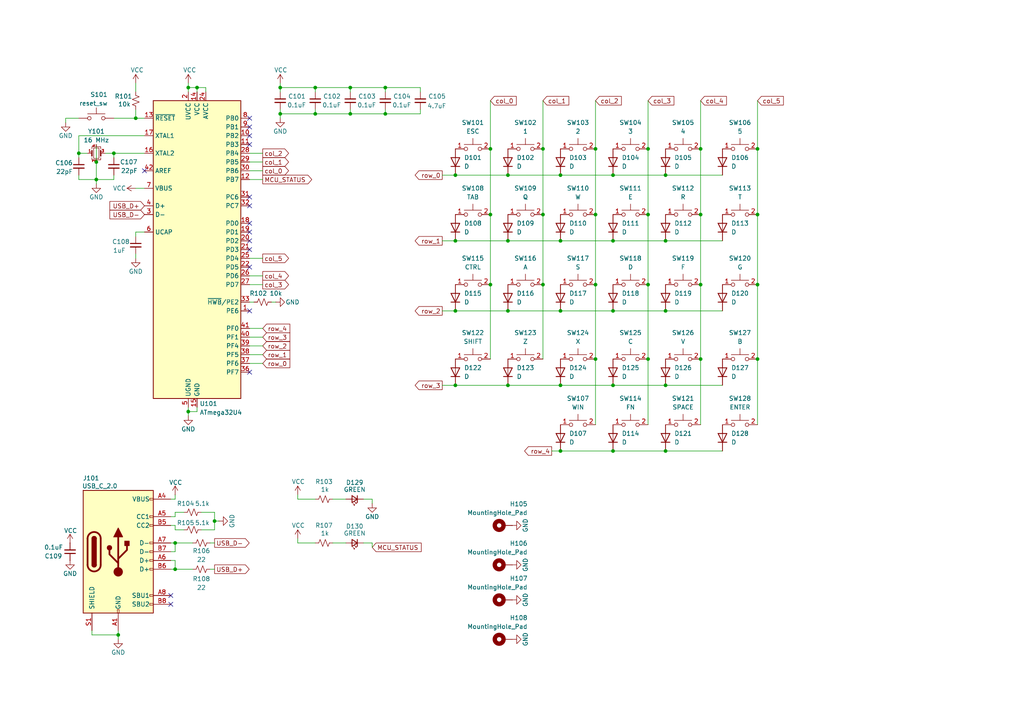
<source format=kicad_sch>
(kicad_sch (version 20231120) (generator "eeschema") (generator_version "8.0")
  (paper "A4")
  (junction (at 91.44 33.02))
  (junction (at 177.8 50.8))
  (junction (at 187.96 104.14))
  (junction (at 193.04 69.85))
  (junction (at 27.94 52.07))
  (junction (at 147.32 69.85))
  (junction (at 193.04 111.76))
  (junction (at 33.02 44.45))
  (junction (at 177.8 90.17))
  (junction (at 172.72 62.23))
  (junction (at 187.96 82.55))
  (junction (at 147.32 111.76))
  (junction (at 177.8 111.76))
  (junction (at 54.61 119.38))
  (junction (at 111.76 25.4))
  (junction (at 193.04 90.17))
  (junction (at 132.08 50.8))
  (junction (at 91.44 25.4))
  (junction (at 39.37 34.29))
  (junction (at 157.48 62.23))
  (junction (at 132.08 111.76))
  (junction (at 62.23 151.13))
  (junction (at 142.24 43.18))
  (junction (at 219.71 43.18))
  (junction (at 50.8 157.48))
  (junction (at 22.86 44.45))
  (junction (at 172.72 104.14))
  (junction (at 162.56 130.81))
  (junction (at 81.28 25.4))
  (junction (at 172.72 82.55))
  (junction (at 177.8 69.85))
  (junction (at 111.76 33.02))
  (junction (at 203.2 62.23))
  (junction (at 219.71 82.55))
  (junction (at 187.96 43.18))
  (junction (at 203.2 82.55))
  (junction (at 132.08 90.17))
  (junction (at 193.04 130.81))
  (junction (at 219.71 104.14))
  (junction (at 162.56 111.76))
  (junction (at 157.48 43.18))
  (junction (at 81.28 33.02))
  (junction (at 142.24 82.55))
  (junction (at 219.71 62.23))
  (junction (at 101.6 25.4))
  (junction (at 147.32 50.8))
  (junction (at 50.8 165.1))
  (junction (at 187.96 62.23))
  (junction (at 147.32 90.17))
  (junction (at 193.04 50.8))
  (junction (at 203.2 43.18))
  (junction (at 203.2 104.14))
  (junction (at 177.8 130.81))
  (junction (at 54.61 25.4))
  (junction (at 101.6 33.02))
  (junction (at 162.56 69.85))
  (junction (at 162.56 50.8))
  (junction (at 162.56 90.17))
  (junction (at 27.94 46.99))
  (junction (at 34.29 184.15))
  (junction (at 132.08 69.85))
  (junction (at 172.72 43.18))
  (junction (at 157.48 82.55))
  (junction (at 57.15 25.4))
  (junction (at 142.24 62.23))
  (no_connect (at 72.39 67.31))
  (no_connect (at 72.39 34.29))
  (no_connect (at 49.53 175.26))
  (no_connect (at 72.39 59.69))
  (no_connect (at 72.39 72.39))
  (no_connect (at 72.39 64.77))
  (no_connect (at 72.39 77.47))
  (no_connect (at 72.39 57.15))
  (no_connect (at 41.91 49.53))
  (no_connect (at 72.39 41.91))
  (no_connect (at 72.39 39.37))
  (no_connect (at 72.39 90.17))
  (no_connect (at 49.53 172.72))
  (no_connect (at 72.39 69.85))
  (no_connect (at 72.39 36.83))
  (no_connect (at 72.39 107.95))
  (wire (pts (xy 49.53 152.4) (xy 50.8 152.4)))
  (wire (pts (xy 58.42 153.67) (xy 62.23 153.67)))
  (wire (pts (xy 50.8 153.67) (xy 53.34 153.67)))
  (wire (pts (xy 142.24 43.18) (xy 142.24 62.23)))
  (wire (pts (xy 177.8 50.8) (xy 193.04 50.8)))
  (wire (pts (xy 76.2 46.99) (xy 72.39 46.99)))
  (wire (pts (xy 91.44 33.02) (xy 101.6 33.02)))
  (wire (pts (xy 50.8 165.1) (xy 55.88 165.1)))
  (wire (pts (xy 147.32 50.8) (xy 162.56 50.8)))
  (wire (pts (xy 81.28 26.67) (xy 81.28 25.4)))
  (wire (pts (xy 76.2 74.93) (xy 72.39 74.93)))
  (wire (pts (xy 76.2 97.79) (xy 72.39 97.79)))
  (wire (pts (xy 121.92 25.4) (xy 121.92 26.67)))
  (wire (pts (xy 60.96 165.1) (xy 62.23 165.1)))
  (wire (pts (xy 105.41 157.48) (xy 107.95 157.48)))
  (wire (pts (xy 57.15 25.4) (xy 59.69 25.4)))
  (wire (pts (xy 101.6 31.75) (xy 101.6 33.02)))
  (wire (pts (xy 193.04 130.81) (xy 209.55 130.81)))
  (wire (pts (xy 76.2 80.01) (xy 72.39 80.01)))
  (wire (pts (xy 81.28 33.02) (xy 81.28 34.29)))
  (wire (pts (xy 57.15 119.38) (xy 57.15 118.11)))
  (wire (pts (xy 157.48 62.23) (xy 157.48 82.55)))
  (wire (pts (xy 101.6 33.02) (xy 111.76 33.02)))
  (wire (pts (xy 172.72 104.14) (xy 172.72 123.19)))
  (wire (pts (xy 62.23 148.59) (xy 62.23 151.13)))
  (wire (pts (xy 27.94 52.07) (xy 33.02 52.07)))
  (wire (pts (xy 162.56 90.17) (xy 177.8 90.17)))
  (wire (pts (xy 26.67 184.15) (xy 34.29 184.15)))
  (wire (pts (xy 86.36 157.48) (xy 86.36 156.21)))
  (wire (pts (xy 86.36 144.78) (xy 91.44 144.78)))
  (wire (pts (xy 111.76 31.75) (xy 111.76 33.02)))
  (wire (pts (xy 100.33 144.78) (xy 96.52 144.78)))
  (wire (pts (xy 132.08 111.76) (xy 147.32 111.76)))
  (wire (pts (xy 177.8 69.85) (xy 193.04 69.85)))
  (wire (pts (xy 49.53 162.56) (xy 50.8 162.56)))
  (wire (pts (xy 91.44 25.4) (xy 101.6 25.4)))
  (wire (pts (xy 219.71 82.55) (xy 219.71 104.14)))
  (wire (pts (xy 187.96 43.18) (xy 187.96 62.23)))
  (wire (pts (xy 76.2 44.45) (xy 72.39 44.45)))
  (wire (pts (xy 39.37 54.61) (xy 41.91 54.61)))
  (wire (pts (xy 86.36 157.48) (xy 91.44 157.48)))
  (wire (pts (xy 81.28 24.13) (xy 81.28 25.4)))
  (wire (pts (xy 193.04 69.85) (xy 209.55 69.85)))
  (wire (pts (xy 76.2 102.87) (xy 72.39 102.87)))
  (wire (pts (xy 91.44 25.4) (xy 91.44 26.67)))
  (wire (pts (xy 39.37 34.29) (xy 41.91 34.29)))
  (wire (pts (xy 54.61 25.4) (xy 54.61 24.13)))
  (wire (pts (xy 132.08 69.85) (xy 147.32 69.85)))
  (wire (pts (xy 39.37 24.13) (xy 39.37 26.67)))
  (wire (pts (xy 162.56 50.8) (xy 177.8 50.8)))
  (wire (pts (xy 34.29 184.15) (xy 34.29 185.42)))
  (wire (pts (xy 219.71 43.18) (xy 219.71 62.23)))
  (wire (pts (xy 80.01 87.63) (xy 78.74 87.63)))
  (wire (pts (xy 33.02 50.8) (xy 33.02 52.07)))
  (wire (pts (xy 100.33 157.48) (xy 96.52 157.48)))
  (wire (pts (xy 121.92 33.02) (xy 121.92 31.75)))
  (wire (pts (xy 54.61 118.11) (xy 54.61 119.38)))
  (wire (pts (xy 49.53 160.02) (xy 50.8 160.02)))
  (wire (pts (xy 132.08 90.17) (xy 147.32 90.17)))
  (wire (pts (xy 26.67 182.88) (xy 26.67 184.15)))
  (wire (pts (xy 203.2 82.55) (xy 203.2 104.14)))
  (wire (pts (xy 107.95 157.48) (xy 107.95 158.75)))
  (wire (pts (xy 39.37 31.75) (xy 39.37 34.29)))
  (wire (pts (xy 41.91 67.31) (xy 39.37 67.31)))
  (wire (pts (xy 73.66 87.63) (xy 72.39 87.63)))
  (wire (pts (xy 50.8 152.4) (xy 50.8 153.67)))
  (wire (pts (xy 177.8 111.76) (xy 193.04 111.76)))
  (wire (pts (xy 91.44 31.75) (xy 91.44 33.02)))
  (wire (pts (xy 177.8 130.81) (xy 193.04 130.81)))
  (wire (pts (xy 33.02 44.45) (xy 41.91 44.45)))
  (wire (pts (xy 142.24 29.21) (xy 142.24 43.18)))
  (wire (pts (xy 50.8 149.86) (xy 50.8 148.59)))
  (wire (pts (xy 203.2 29.21) (xy 203.2 43.18)))
  (wire (pts (xy 101.6 25.4) (xy 111.76 25.4)))
  (wire (pts (xy 81.28 25.4) (xy 91.44 25.4)))
  (wire (pts (xy 219.71 104.14) (xy 219.71 123.19)))
  (wire (pts (xy 22.86 52.07) (xy 27.94 52.07)))
  (wire (pts (xy 187.96 29.21) (xy 187.96 43.18)))
  (wire (pts (xy 22.86 39.37) (xy 22.86 44.45)))
  (wire (pts (xy 27.94 52.07) (xy 27.94 53.34)))
  (wire (pts (xy 50.8 148.59) (xy 53.34 148.59)))
  (wire (pts (xy 193.04 111.76) (xy 209.55 111.76)))
  (wire (pts (xy 172.72 62.23) (xy 172.72 82.55)))
  (wire (pts (xy 128.27 50.8) (xy 132.08 50.8)))
  (wire (pts (xy 49.53 165.1) (xy 50.8 165.1)))
  (wire (pts (xy 111.76 25.4) (xy 111.76 26.67)))
  (wire (pts (xy 27.94 46.99) (xy 27.94 52.07)))
  (wire (pts (xy 203.2 43.18) (xy 203.2 62.23)))
  (wire (pts (xy 62.23 151.13) (xy 62.23 153.67)))
  (wire (pts (xy 39.37 67.31) (xy 39.37 68.58)))
  (wire (pts (xy 147.32 69.85) (xy 162.56 69.85)))
  (wire (pts (xy 132.08 50.8) (xy 147.32 50.8)))
  (wire (pts (xy 27.94 41.91) (xy 27.94 46.99)))
  (wire (pts (xy 193.04 50.8) (xy 209.55 50.8)))
  (wire (pts (xy 54.61 119.38) (xy 54.61 120.65)))
  (wire (pts (xy 162.56 111.76) (xy 177.8 111.76)))
  (wire (pts (xy 76.2 100.33) (xy 72.39 100.33)))
  (wire (pts (xy 22.86 45.72) (xy 22.86 44.45)))
  (wire (pts (xy 128.27 90.17) (xy 132.08 90.17)))
  (wire (pts (xy 177.8 90.17) (xy 193.04 90.17)))
  (wire (pts (xy 54.61 25.4) (xy 54.61 26.67)))
  (wire (pts (xy 157.48 82.55) (xy 157.48 104.14)))
  (wire (pts (xy 219.71 62.23) (xy 219.71 82.55)))
  (wire (pts (xy 86.36 144.78) (xy 86.36 143.51)))
  (wire (pts (xy 22.86 50.8) (xy 22.86 52.07)))
  (wire (pts (xy 172.72 43.18) (xy 172.72 62.23)))
  (wire (pts (xy 76.2 105.41) (xy 72.39 105.41)))
  (wire (pts (xy 147.32 111.76) (xy 162.56 111.76)))
  (wire (pts (xy 111.76 33.02) (xy 121.92 33.02)))
  (wire (pts (xy 50.8 165.1) (xy 50.8 162.56)))
  (wire (pts (xy 142.24 62.23) (xy 142.24 82.55)))
  (wire (pts (xy 172.72 29.21) (xy 172.72 43.18)))
  (wire (pts (xy 49.53 157.48) (xy 50.8 157.48)))
  (wire (pts (xy 49.53 149.86) (xy 50.8 149.86)))
  (wire (pts (xy 157.48 43.18) (xy 157.48 62.23)))
  (wire (pts (xy 203.2 104.14) (xy 203.2 123.19)))
  (wire (pts (xy 142.24 82.55) (xy 142.24 104.14)))
  (wire (pts (xy 162.56 130.81) (xy 177.8 130.81)))
  (wire (pts (xy 187.96 104.14) (xy 187.96 123.19)))
  (wire (pts (xy 62.23 148.59) (xy 58.42 148.59)))
  (wire (pts (xy 22.86 34.29) (xy 19.05 34.29)))
  (wire (pts (xy 162.56 69.85) (xy 177.8 69.85)))
  (wire (pts (xy 33.02 34.29) (xy 39.37 34.29)))
  (wire (pts (xy 19.05 34.29) (xy 19.05 35.56)))
  (wire (pts (xy 50.8 157.48) (xy 55.88 157.48)))
  (wire (pts (xy 128.27 111.76) (xy 132.08 111.76)))
  (wire (pts (xy 30.48 44.45) (xy 33.02 44.45)))
  (wire (pts (xy 22.86 44.45) (xy 25.4 44.45)))
  (wire (pts (xy 81.28 31.75) (xy 81.28 33.02)))
  (wire (pts (xy 49.53 144.78) (xy 50.8 144.78)))
  (wire (pts (xy 76.2 49.53) (xy 72.39 49.53)))
  (wire (pts (xy 62.23 151.13) (xy 63.5 151.13)))
  (wire (pts (xy 57.15 25.4) (xy 57.15 26.67)))
  (wire (pts (xy 147.32 90.17) (xy 162.56 90.17)))
  (wire (pts (xy 128.27 69.85) (xy 132.08 69.85)))
  (wire (pts (xy 203.2 62.23) (xy 203.2 82.55)))
  (wire (pts (xy 76.2 52.07) (xy 72.39 52.07)))
  (wire (pts (xy 187.96 82.55) (xy 187.96 104.14)))
  (wire (pts (xy 101.6 25.4) (xy 101.6 26.67)))
  (wire (pts (xy 54.61 119.38) (xy 57.15 119.38)))
  (wire (pts (xy 157.48 29.21) (xy 157.48 43.18)))
  (wire (pts (xy 54.61 25.4) (xy 57.15 25.4)))
  (wire (pts (xy 107.95 144.78) (xy 107.95 146.05)))
  (wire (pts (xy 172.72 82.55) (xy 172.72 104.14)))
  (wire (pts (xy 39.37 73.66) (xy 39.37 74.93)))
  (wire (pts (xy 50.8 144.78) (xy 50.8 143.51)))
  (wire (pts (xy 76.2 82.55) (xy 72.39 82.55)))
  (wire (pts (xy 160.02 130.81) (xy 162.56 130.81)))
  (wire (pts (xy 34.29 184.15) (xy 34.29 182.88)))
  (wire (pts (xy 76.2 95.25) (xy 72.39 95.25)))
  (wire (pts (xy 187.96 62.23) (xy 187.96 82.55)))
  (wire (pts (xy 60.96 157.48) (xy 62.23 157.48)))
  (wire (pts (xy 219.71 29.21) (xy 219.71 43.18)))
  (wire (pts (xy 59.69 25.4) (xy 59.69 26.67)))
  (wire (pts (xy 22.86 39.37) (xy 41.91 39.37)))
  (wire (pts (xy 33.02 44.45) (xy 33.02 45.72)))
  (wire (pts (xy 193.04 90.17) (xy 209.55 90.17)))
  (wire (pts (xy 50.8 160.02) (xy 50.8 157.48)))
  (wire (pts (xy 81.28 33.02) (xy 91.44 33.02)))
  (wire (pts (xy 111.76 25.4) (xy 121.92 25.4)))
  (wire (pts (xy 105.41 144.78) (xy 107.95 144.78)))
  (global_label "USB_D+" (shape input) (at 41.91 59.69 180) (property "Intersheetrefs" "${INTERSHEET_REFS}" (effects (hide yes))))
  (global_label "col_1" (shape output) (at 76.2 46.99 0) (property "Intersheetrefs" "${INTERSHEET_REFS}" (effects (hide yes))))
  (global_label "USB_D-" (shape output) (at 62.23 157.48 0) (property "Intersheetrefs" "${INTERSHEET_REFS}" (effects (hide yes))))
  (global_label "row_1" (shape input) (at 76.2 102.87 0) (property "Intersheetrefs" "${INTERSHEET_REFS}" (effects (hide yes))))
  (global_label "col_0" (shape output) (at 76.2 49.53 0) (property "Intersheetrefs" "${INTERSHEET_REFS}" (effects (hide yes))))
  (global_label "col_5" (shape output) (at 76.2 74.93 0) (property "Intersheetrefs" "${INTERSHEET_REFS}" (effects (hide yes))))
  (global_label "col_2" (shape output) (at 76.2 44.45 0) (property "Intersheetrefs" "${INTERSHEET_REFS}" (effects (hide yes))))
  (global_label "col_1" (shape input) (at 157.48 29.21 0) (property "Intersheetrefs" "${INTERSHEET_REFS}" (effects (hide yes))))
  (global_label "row_2" (shape input) (at 76.2 100.33 0) (property "Intersheetrefs" "${INTERSHEET_REFS}" (effects (hide yes))))
  (global_label "col_4" (shape output) (at 76.2 80.01 0) (property "Intersheetrefs" "${INTERSHEET_REFS}" (effects (hide yes))))
  (global_label "row_1" (shape output) (at 128.27 69.85 180) (property "Intersheetrefs" "${INTERSHEET_REFS}" (effects (hide yes))))
  (global_label "row_2" (shape output) (at 128.27 90.17 180) (property "Intersheetrefs" "${INTERSHEET_REFS}" (effects (hide yes))))
  (global_label "row_0" (shape input) (at 76.2 105.41 0) (property "Intersheetrefs" "${INTERSHEET_REFS}" (effects (hide yes))))
  (global_label "MCU_STATUS" (shape output) (at 76.2 52.07 0) (property "Intersheetrefs" "${INTERSHEET_REFS}" (effects (hide yes))))
  (global_label "col_0" (shape input) (at 142.24 29.21 0) (property "Intersheetrefs" "${INTERSHEET_REFS}" (effects (hide yes))))
  (global_label "row_0" (shape output) (at 128.27 50.8 180) (property "Intersheetrefs" "${INTERSHEET_REFS}" (effects (hide yes))))
  (global_label "row_3" (shape input) (at 76.2 97.79 0) (property "Intersheetrefs" "${INTERSHEET_REFS}" (effects (hide yes))))
  (global_label "col_4" (shape input) (at 203.2 29.21 0) (property "Intersheetrefs" "${INTERSHEET_REFS}" (effects (hide yes))))
  (global_label "row_4" (shape input) (at 76.2 95.25 0) (property "Intersheetrefs" "${INTERSHEET_REFS}" (effects (hide yes))))
  (global_label "MCU_STATUS" (shape input) (at 107.95 158.75 0) (property "Intersheetrefs" "${INTERSHEET_REFS}" (effects (hide yes))))
  (global_label "row_4" (shape output) (at 160.02 130.81 180) (property "Intersheetrefs" "${INTERSHEET_REFS}" (effects (hide yes))))
  (global_label "col_2" (shape input) (at 172.72 29.21 0) (property "Intersheetrefs" "${INTERSHEET_REFS}" (effects (hide yes))))
  (global_label "row_3" (shape output) (at 128.27 111.76 180) (property "Intersheetrefs" "${INTERSHEET_REFS}" (effects (hide yes))))
  (global_label "col_3" (shape output) (at 76.2 82.55 0) (property "Intersheetrefs" "${INTERSHEET_REFS}" (effects (hide yes))))
  (global_label "USB_D+" (shape output) (at 62.23 165.1 0) (property "Intersheetrefs" "${INTERSHEET_REFS}" (effects (hide yes))))
  (global_label "col_5" (shape input) (at 219.71 29.21 0) (property "Intersheetrefs" "${INTERSHEET_REFS}" (effects (hide yes))))
  (global_label "col_3" (shape input) (at 187.96 29.21 0) (property "Intersheetrefs" "${INTERSHEET_REFS}" (effects (hide yes))))
  (global_label "USB_D-" (shape input) (at 41.91 62.23 180) (property "Intersheetrefs" "${INTERSHEET_REFS}" (effects (hide yes))))
  (symbol (lib_id "CherryMX:CherryMX") (at 182.88 62.23 0) (unit 1)
    (property "Reference" "SW111" (at 182.88 54.61 0))
    (property "Value" "E" (at 182.88 57.15 0))
    (property "Footprint" "Button_Switch_Keyboard:SW_Cherry_MX_1.00u_PCB" (effects (hide yes)))
  )
  (symbol (lib_id "power:GND") (at 34.29 185.42 0) (unit 1)
    (property "Reference" "#PWR0116" (effects (hide yes)))
    (property "Value" "GND" (at 34.29 189.23 0))
    (property "Description" "Power symbol creates a global label with name \"GND\" , ground" (effects (hide yes)))
  )
  (symbol (lib_id "CherryMX:CherryMX") (at 214.63 82.55 0) (unit 1)
    (property "Reference" "SW120" (at 214.63 74.93 0))
    (property "Value" "G" (at 214.63 77.47 0))
    (property "Footprint" "Button_Switch_Keyboard:SW_Cherry_MX_1.00u_PCB" (effects (hide yes)))
  )
  (symbol (lib_id "power:GND") (at 148.59 152.4 90) (unit 1)
    (property "Reference" "#PWR0117" (effects (hide yes)))
    (property "Value" "GND" (at 152.4 152.4 0))
    (property "Description" "Power symbol creates a global label with name \"GND\" , ground" (effects (hide yes)))
  )
  (symbol (lib_id "Device:D") (at 177.8 86.36 90) (unit 1)
    (property "Reference" "D118" (at 180.34 85.0899 90) (effects (justify right)))
    (property "Value" "D" (at 180.34 87.6299 90) (effects (justify right)))
    (property "Footprint" "Diode_SMD:D_0603_1608Metric" (effects (hide yes)))
    (property "Description" "Diode" (effects (hide yes)))
    (property "Sim.Device" "D" (effects (hide yes)))
    (property "Sim.Pins" "1=K 2=A" (effects (hide yes)))
  )
  (symbol (lib_id "CherryMX:CherryMX") (at 214.63 62.23 0) (unit 1)
    (property "Reference" "SW113" (at 214.63 54.61 0))
    (property "Value" "T" (at 214.63 57.15 0))
    (property "Footprint" "Button_Switch_Keyboard:SW_Cherry_MX_1.00u_PCB" (effects (hide yes)))
  )
  (symbol (lib_id "Connector:USB_C_Receptacle_USB2.0_16P") (at 34.29 160.02 0) (unit 1)
    (property "Reference" "J101" (at 26.416 138.684 0))
    (property "Value" "USB_C_2.0" (at 28.956 140.97 0))
    (property "Footprint" "Connector_USB:USB_C_Receptacle_GCT_USB4105-xx-A_16P_TopMnt_Horizontal" (effects (hide yes)))
    (property "Datasheet" "https://www.usb.org/sites/default/files/documents/usb_type-c.zip" (effects (hide yes)))
    (property "Description" "USB 2.0-only 16P Type-C Receptacle connector" (effects (hide yes)))
  )
  (symbol (lib_id "power:GND") (at 148.59 185.42 90) (unit 1)
    (property "Reference" "#PWR0120" (effects (hide yes)))
    (property "Value" "GND" (at 152.4 185.42 0))
    (property "Description" "Power symbol creates a global label with name \"GND\" , ground" (effects (hide yes)))
  )
  (symbol (lib_id "CherryMX:CherryMX") (at 152.4 62.23 0) (unit 1)
    (property "Reference" "SW109" (at 152.4 54.61 0))
    (property "Value" "Q" (at 152.4 57.15 0))
    (property "Footprint" "Button_Switch_Keyboard:SW_Cherry_MX_1.00u_PCB" (effects (hide yes)))
  )
  (symbol (lib_id "CherryMX:CherryMX") (at 182.88 104.14 0) (unit 1)
    (property "Reference" "SW125" (at 182.88 96.52 0))
    (property "Value" "C" (at 182.88 99.06 0))
    (property "Footprint" "Button_Switch_Keyboard:SW_Cherry_MX_1.00u_PCB" (effects (hide yes)))
  )
  (symbol (lib_id "power:GND") (at 148.59 173.99 90) (unit 1)
    (property "Reference" "#PWR0119" (effects (hide yes)))
    (property "Value" "GND" (at 152.4 173.99 0))
    (property "Description" "Power symbol creates a global label with name \"GND\" , ground" (effects (hide yes)))
  )
  (symbol (lib_id "Device:D") (at 193.04 86.36 90) (unit 1)
    (property "Reference" "D119" (at 195.58 85.0899 90) (effects (justify right)))
    (property "Value" "D" (at 195.58 87.6299 90) (effects (justify right)))
    (property "Footprint" "Diode_SMD:D_0603_1608Metric" (effects (hide yes)))
    (property "Description" "Diode" (effects (hide yes)))
    (property "Sim.Device" "D" (effects (hide yes)))
    (property "Sim.Pins" "1=K 2=A" (effects (hide yes)))
  )
  (symbol (lib_id "Device:D") (at 162.56 46.99 90) (unit 1)
    (property "Reference" "D103" (at 165.1 45.7199 90) (effects (justify right)))
    (property "Value" "D" (at 165.1 48.2599 90) (effects (justify right)))
    (property "Footprint" "Diode_SMD:D_0603_1608Metric" (effects (hide yes)))
    (property "Description" "Diode" (effects (hide yes)))
    (property "Sim.Device" "D" (effects (hide yes)))
    (property "Sim.Pins" "1=K 2=A" (effects (hide yes)))
  )
  (symbol (lib_id "power:VCC") (at 81.28 24.13 0) (unit 1)
    (property "Reference" "#PWR0103" (effects (hide yes)))
    (property "Value" "VCC" (at 79.502 20.32 0) (effects (justify left)))
    (property "Description" "Power symbol creates a global label with name \"VCC\"" (effects (hide yes)))
  )
  (symbol (lib_id "Device:D") (at 147.32 86.36 90) (unit 1)
    (property "Reference" "D116" (at 149.86 85.0899 90) (effects (justify right)))
    (property "Value" "D" (at 149.86 87.6299 90) (effects (justify right)))
    (property "Footprint" "Diode_SMD:D_0603_1608Metric" (effects (hide yes)))
    (property "Description" "Diode" (effects (hide yes)))
    (property "Sim.Device" "D" (effects (hide yes)))
    (property "Sim.Pins" "1=K 2=A" (effects (hide yes)))
  )
  (symbol (lib_id "Device:D") (at 193.04 127 90) (unit 1)
    (property "Reference" "D121" (at 195.58 125.7299 90) (effects (justify right)))
    (property "Value" "D" (at 195.58 128.2699 90) (effects (justify right)))
    (property "Footprint" "Diode_SMD:D_0603_1608Metric" (effects (hide yes)))
    (property "Description" "Diode" (effects (hide yes)))
    (property "Sim.Device" "D" (effects (hide yes)))
    (property "Sim.Pins" "1=K 2=A" (effects (hide yes)))
  )
  (symbol (lib_id "Device:R_Small_US") (at 76.2 87.63 90) (unit 1)
    (property "Reference" "R102" (at 74.93 85.09 90))
    (property "Value" "10k" (at 80.01 85.09 90))
    (property "Footprint" "Resistor_SMD:R_0603_1608Metric" (effects (hide yes)))
    (property "Description" "Resistor, small US symbol" (effects (hide yes)))
  )
  (symbol (lib_id "power:VCC") (at 86.36 143.51 0) (unit 1)
    (property "Reference" "#PWR0112" (effects (hide yes)))
    (property "Value" "VCC" (at 84.582 139.7 0) (effects (justify left)))
    (property "Description" "Power symbol creates a global label with name \"VCC\"" (effects (hide yes)))
  )
  (symbol (lib_id "Device:Crystal_GND24_Small") (at 27.94 44.45 0) (unit 1)
    (property "Reference" "Y101" (at 27.94 38.1 0))
    (property "Value" "16 MHz" (at 27.94 40.64 0))
    (property "Footprint" "Crystal:Crystal_SMD_Abracon_ABM8G-4Pin_3.2x2.5mm" (effects (hide yes)))
    (property "Description" "Four pin crystal, GND on pins 2 and 4, small symbol" (effects (hide yes)))
  )
  (symbol (lib_id "Device:C_Small") (at 121.92 29.21 0) (unit 1)
    (property "Reference" "C105" (at 124.206 27.94 0) (effects (justify left)))
    (property "Value" "4.7uF" (at 123.952 30.734 0) (effects (justify left)))
    (property "Footprint" "Capacitor_SMD:C_0603_1608Metric" (effects (hide yes)))
    (property "Description" "Unpolarized capacitor, small symbol" (effects (hide yes)))
  )
  (symbol (lib_id "MCU_Microchip_ATmega:ATmega32U4-A") (at 57.15 72.39 0) (unit 1)
    (property "Reference" "U101" (at 57.912 117.094 0) (effects (justify left)))
    (property "Value" "ATmega32U4" (at 57.912 119.634 0) (effects (justify left)))
    (property "Footprint" "Package_QFP:TQFP-44_10x10mm_P0.8mm" (effects (hide yes)))
    (property "Datasheet" "http://ww1.microchip.com/downloads/en/DeviceDoc/Atmel-7766-8-bit-AVR-ATmega16U4-32U4_Datasheet.pdf" (effects (hide yes)))
    (property "Description" "16MHz, 32kB Flash, 2.5kB SRAM, 1kB EEPROM, USB 2.0, TQFP-44" (effects (hide yes)))
  )
  (symbol (lib_id "power:GND") (at 54.61 120.65 0) (unit 1)
    (property "Reference" "#PWR0110" (effects (hide yes)))
    (property "Value" "GND" (at 54.61 124.46 0))
    (property "Description" "Power symbol creates a global label with name \"GND\" , ground" (effects (hide yes)))
  )
  (symbol (lib_id "Device:LED_Small") (at 102.87 157.48 180) (unit 1)
    (property "Reference" "D130" (at 102.87 152.654 0))
    (property "Value" "GREEN" (at 102.87 154.686 0))
    (property "Footprint" "LED_SMD:LED_0603_1608Metric" (effects (hide yes)))
    (property "Description" "Light emitting diode, small symbol" (effects (hide yes)))
  )
  (symbol (lib_id "Device:D") (at 209.55 66.04 90) (unit 1)
    (property "Reference" "D113" (at 212.09 64.7699 90) (effects (justify right)))
    (property "Value" "D" (at 212.09 67.3099 90) (effects (justify right)))
    (property "Footprint" "Diode_SMD:D_0603_1608Metric" (effects (hide yes)))
    (property "Description" "Diode" (effects (hide yes)))
    (property "Sim.Device" "D" (effects (hide yes)))
    (property "Sim.Pins" "1=K 2=A" (effects (hide yes)))
  )
  (symbol (lib_id "Device:D") (at 177.8 107.95 90) (unit 1)
    (property "Reference" "D125" (at 180.34 106.6799 90) (effects (justify right)))
    (property "Value" "D" (at 180.34 109.2199 90) (effects (justify right)))
    (property "Footprint" "Diode_SMD:D_0603_1608Metric" (effects (hide yes)))
    (property "Description" "Diode" (effects (hide yes)))
    (property "Sim.Device" "D" (effects (hide yes)))
    (property "Sim.Pins" "1=K 2=A" (effects (hide yes)))
  )
  (symbol (lib_id "Device:D") (at 209.55 107.95 90) (unit 1)
    (property "Reference" "D127" (at 212.09 106.6799 90) (effects (justify right)))
    (property "Value" "D" (at 212.09 109.2199 90) (effects (justify right)))
    (property "Footprint" "Diode_SMD:D_0603_1608Metric" (effects (hide yes)))
    (property "Description" "Diode" (effects (hide yes)))
    (property "Sim.Device" "D" (effects (hide yes)))
    (property "Sim.Pins" "1=K 2=A" (effects (hide yes)))
  )
  (symbol (lib_id "CherryMX:CherryMX") (at 198.12 43.18 0) (unit 1)
    (property "Reference" "SW105" (at 198.12 35.56 0))
    (property "Value" "4" (at 198.12 38.1 0))
    (property "Footprint" "Button_Switch_Keyboard:SW_Cherry_MX_1.00u_PCB" (effects (hide yes)))
  )
  (symbol (lib_id "CherryMX:CherryMX") (at 198.12 62.23 0) (unit 1)
    (property "Reference" "SW112" (at 198.12 54.61 0))
    (property "Value" "R" (at 198.12 57.15 0))
    (property "Footprint" "Button_Switch_Keyboard:SW_Cherry_MX_1.00u_PCB" (effects (hide yes)))
  )
  (symbol (lib_id "Device:R_Small_US") (at 58.42 165.1 90) (unit 1)
    (property "Reference" "R108" (at 58.42 167.894 90))
    (property "Value" "22" (at 58.42 170.434 90))
    (property "Footprint" "Resistor_SMD:R_0603_1608Metric" (effects (hide yes)))
    (property "Description" "Resistor, small US symbol" (effects (hide yes)))
  )
  (symbol (lib_id "Device:D") (at 147.32 46.99 90) (unit 1)
    (property "Reference" "D102" (at 149.86 45.7199 90) (effects (justify right)))
    (property "Value" "D" (at 149.86 48.2599 90) (effects (justify right)))
    (property "Footprint" "Diode_SMD:D_0603_1608Metric" (effects (hide yes)))
    (property "Description" "Diode" (effects (hide yes)))
    (property "Sim.Device" "D" (effects (hide yes)))
    (property "Sim.Pins" "1=K 2=A" (effects (hide yes)))
  )
  (symbol (lib_id "CherryMX:CherryMX") (at 137.16 43.18 0) (unit 1)
    (property "Reference" "SW101" (at 137.16 35.56 0))
    (property "Value" "ESC" (at 137.16 38.1 0))
    (property "Footprint" "Button_Switch_Keyboard:SW_Cherry_MX_1.00u_PCB" (effects (hide yes)))
  )
  (symbol (lib_id "Device:LED_Small") (at 102.87 144.78 180) (unit 1)
    (property "Reference" "D129" (at 102.87 139.954 0))
    (property "Value" "GREEN" (at 102.87 141.986 0))
    (property "Footprint" "LED_SMD:LED_0603_1608Metric" (effects (hide yes)))
    (property "Description" "Light emitting diode, small symbol" (effects (hide yes)))
  )
  (symbol (lib_id "Device:R_Small_US") (at 55.88 148.59 90) (unit 1)
    (property "Reference" "R104" (at 53.848 146.05 90))
    (property "Value" "5.1k" (at 58.674 146.05 90))
    (property "Footprint" "Resistor_SMD:R_0603_1608Metric" (effects (hide yes)))
    (property "Description" "Resistor, small US symbol" (effects (hide yes)))
  )
  (symbol (lib_id "power:VCC") (at 20.32 157.48 0) (unit 1)
    (property "Reference" "#PWR0121" (effects (hide yes)))
    (property "Value" "VCC" (at 18.542 153.924 0) (effects (justify left)))
    (property "Description" "Power symbol creates a global label with name \"VCC\"" (effects (hide yes)))
  )
  (symbol (lib_id "Device:D") (at 193.04 66.04 90) (unit 1)
    (property "Reference" "D112" (at 195.58 64.7699 90) (effects (justify right)))
    (property "Value" "D" (at 195.58 67.3099 90) (effects (justify right)))
    (property "Footprint" "Diode_SMD:D_0603_1608Metric" (effects (hide yes)))
    (property "Description" "Diode" (effects (hide yes)))
    (property "Sim.Device" "D" (effects (hide yes)))
    (property "Sim.Pins" "1=K 2=A" (effects (hide yes)))
  )
  (symbol (lib_id "CherryMX:CherryMX") (at 214.63 123.19 0) (unit 1)
    (property "Reference" "SW128" (at 214.63 115.57 0))
    (property "Value" "ENTER" (at 214.63 118.11 0))
    (property "Footprint" "Button_Switch_Keyboard:SW_Cherry_MX_1.00u_PCB" (effects (hide yes)))
  )
  (symbol (lib_id "Device:C_Small") (at 33.02 48.26 0) (unit 1)
    (property "Reference" "C107" (at 34.798 46.99 0) (effects (justify left)))
    (property "Value" "22pF" (at 35.052 49.53 0) (effects (justify left)))
    (property "Footprint" "Capacitor_SMD:C_0603_1608Metric" (effects (hide yes)))
    (property "Description" "Unpolarized capacitor, small symbol" (effects (hide yes)))
  )
  (symbol (lib_id "power:VCC") (at 54.61 24.13 0) (unit 1)
    (property "Reference" "#PWR0102" (effects (hide yes)))
    (property "Value" "VCC" (at 53.086 20.32 0) (effects (justify left)))
    (property "Description" "Power symbol creates a global label with name \"VCC\"" (effects (hide yes)))
  )
  (symbol (lib_id "CherryMX:CherryMX") (at 167.64 104.14 0) (unit 1)
    (property "Reference" "SW124" (at 167.64 96.52 0))
    (property "Value" "X" (at 167.64 99.06 0))
    (property "Footprint" "Button_Switch_Keyboard:SW_Cherry_MX_1.00u_PCB" (effects (hide yes)))
  )
  (symbol (lib_id "Device:C_Small") (at 111.76 29.21 0) (unit 1)
    (property "Reference" "C104" (at 114.046 27.94 0) (effects (justify left)))
    (property "Value" "0.1uF" (at 113.792 30.48 0) (effects (justify left)))
    (property "Footprint" "Capacitor_SMD:C_0603_1608Metric" (effects (hide yes)))
    (property "Description" "Unpolarized capacitor, small symbol" (effects (hide yes)))
  )
  (symbol (lib_id "CherryMX:CherryMX") (at 137.16 82.55 0) (unit 1)
    (property "Reference" "SW115" (at 137.16 74.93 0))
    (property "Value" "CTRL" (at 137.16 77.47 0))
    (property "Footprint" "Button_Switch_Keyboard:SW_Cherry_MX_1.00u_PCB" (effects (hide yes)))
  )
  (symbol (lib_id "Device:D") (at 162.56 66.04 90) (unit 1)
    (property "Reference" "D110" (at 165.1 64.7699 90) (effects (justify right)))
    (property "Value" "D" (at 165.1 67.3099 90) (effects (justify right)))
    (property "Footprint" "Diode_SMD:D_0603_1608Metric" (effects (hide yes)))
    (property "Description" "Diode" (effects (hide yes)))
    (property "Sim.Device" "D" (effects (hide yes)))
    (property "Sim.Pins" "1=K 2=A" (effects (hide yes)))
  )
  (symbol (lib_id "Switch:SW_Push") (at 27.94 34.29 0) (unit 1)
    (property "Reference" "S101" (at 31.242 27.432 0) (effects (justify right)))
    (property "Value" "reset_sw" (at 31.242 29.972 0) (effects (justify right)))
    (property "Footprint" "Button_Switch_SMD:SW_Push_1P1T_NO_6x6mm_H9.5mm" (effects (hide yes)))
    (property "Description" "Push button switch, generic, two pins" (effects (hide yes)))
  )
  (symbol (lib_id "Device:R_Small_US") (at 55.88 153.67 90) (unit 1)
    (property "Reference" "R105" (at 53.848 151.638 90))
    (property "Value" "5.1k" (at 58.674 151.638 90))
    (property "Footprint" "Resistor_SMD:R_0603_1608Metric" (effects (hide yes)))
    (property "Description" "Resistor, small US symbol" (effects (hide yes)))
  )
  (symbol (lib_id "CherryMX:CherryMX") (at 182.88 82.55 0) (unit 1)
    (property "Reference" "SW118" (at 182.88 74.93 0))
    (property "Value" "D" (at 182.88 77.47 0))
    (property "Footprint" "Button_Switch_Keyboard:SW_Cherry_MX_1.00u_PCB" (effects (hide yes)))
  )
  (symbol (lib_id "Device:D") (at 132.08 46.99 90) (unit 1)
    (property "Reference" "D101" (at 134.62 45.7199 90) (effects (justify right)))
    (property "Value" "D" (at 134.62 48.2599 90) (effects (justify right)))
    (property "Footprint" "Diode_SMD:D_0603_1608Metric" (effects (hide yes)))
    (property "Description" "Diode" (effects (hide yes)))
    (property "Sim.Device" "D" (effects (hide yes)))
    (property "Sim.Pins" "1=K 2=A" (effects (hide yes)))
  )
  (symbol (lib_id "CherryMX:CherryMX") (at 198.12 104.14 0) (unit 1)
    (property "Reference" "SW126" (at 198.12 96.52 0))
    (property "Value" "V" (at 198.12 99.06 0))
    (property "Footprint" "Button_Switch_Keyboard:SW_Cherry_MX_1.00u_PCB" (effects (hide yes)))
  )
  (symbol (lib_id "power:VCC") (at 39.37 54.61 90) (unit 1)
    (property "Reference" "#PWR0107" (effects (hide yes)))
    (property "Value" "VCC" (at 36.576 54.61 90) (effects (justify left)))
    (property "Description" "Power symbol creates a global label with name \"VCC\"" (effects (hide yes)))
  )
  (symbol (lib_id "Device:D") (at 132.08 107.95 90) (unit 1)
    (property "Reference" "D122" (at 134.62 106.6799 90) (effects (justify right)))
    (property "Value" "D" (at 134.62 109.2199 90) (effects (justify right)))
    (property "Footprint" "Diode_SMD:D_0603_1608Metric" (effects (hide yes)))
    (property "Description" "Diode" (effects (hide yes)))
    (property "Sim.Device" "D" (effects (hide yes)))
    (property "Sim.Pins" "1=K 2=A" (effects (hide yes)))
  )
  (symbol (lib_id "Device:C_Small") (at 101.6 29.21 0) (unit 1)
    (property "Reference" "C103" (at 103.886 27.94 0) (effects (justify left)))
    (property "Value" "0.1uF" (at 103.632 30.48 0) (effects (justify left)))
    (property "Footprint" "Capacitor_SMD:C_0603_1608Metric" (effects (hide yes)))
    (property "Description" "Unpolarized capacitor, small symbol" (effects (hide yes)))
  )
  (symbol (lib_id "Device:R_Small_US") (at 93.98 157.48 90) (unit 1)
    (property "Reference" "R107" (at 93.98 152.4 90))
    (property "Value" "1k" (at 94.234 154.686 90))
    (property "Footprint" "Resistor_SMD:R_0603_1608Metric" (effects (hide yes)))
    (property "Description" "Resistor, small US symbol" (effects (hide yes)))
  )
  (symbol (lib_id "CherryMX:CherryMX") (at 182.88 123.19 0) (unit 1)
    (property "Reference" "SW114" (at 182.88 115.57 0))
    (property "Value" "FN" (at 182.88 118.11 0))
    (property "Footprint" "Button_Switch_Keyboard:SW_Cherry_MX_1.00u_PCB" (effects (hide yes)))
  )
  (symbol (lib_id "power:GND") (at 20.32 162.56 0) (unit 1)
    (property "Reference" "#PWR0122" (effects (hide yes)))
    (property "Value" "GND" (at 20.32 166.37 0))
    (property "Description" "Power symbol creates a global label with name \"GND\" , ground" (effects (hide yes)))
  )
  (symbol (lib_id "Device:C_Small") (at 39.37 71.12 0) (unit 1)
    (property "Reference" "C108" (at 32.512 70.104 0) (effects (justify left)))
    (property "Value" "1uF" (at 32.766 72.644 0) (effects (justify left)))
    (property "Footprint" "Capacitor_SMD:C_0603_1608Metric" (effects (hide yes)))
    (property "Description" "Unpolarized capacitor, small symbol" (effects (hide yes)))
  )
  (symbol (lib_id "Device:D") (at 193.04 46.99 90) (unit 1)
    (property "Reference" "D105" (at 195.58 45.7199 90) (effects (justify right)))
    (property "Value" "D" (at 195.58 48.2599 90) (effects (justify right)))
    (property "Footprint" "Diode_SMD:D_0603_1608Metric" (effects (hide yes)))
    (property "Description" "Diode" (effects (hide yes)))
    (property "Sim.Device" "D" (effects (hide yes)))
    (property "Sim.Pins" "1=K 2=A" (effects (hide yes)))
  )
  (symbol (lib_id "power:GND") (at 63.5 151.13 90) (unit 1)
    (property "Reference" "#PWR0114" (effects (hide yes)))
    (property "Value" "GND" (at 67.31 151.13 0))
    (property "Description" "Power symbol creates a global label with name \"GND\" , ground" (effects (hide yes)))
  )
  (symbol (lib_id "CherryMX:CherryMX") (at 198.12 123.19 0) (unit 1)
    (property "Reference" "SW121" (at 198.12 115.57 0))
    (property "Value" "SPACE" (at 198.12 118.11 0))
    (property "Footprint" "Button_Switch_Keyboard:SW_Cherry_MX_1.00u_PCB" (effects (hide yes)))
  )
  (symbol (lib_id "power:VCC") (at 86.36 156.21 0) (unit 1)
    (property "Reference" "#PWR0115" (effects (hide yes)))
    (property "Value" "VCC" (at 84.582 152.4 0) (effects (justify left)))
    (property "Description" "Power symbol creates a global label with name \"VCC\"" (effects (hide yes)))
  )
  (symbol (lib_id "power:GND") (at 107.95 146.05 0) (unit 1)
    (property "Reference" "#PWR0113" (effects (hide yes)))
    (property "Value" "GND" (at 107.95 149.86 0))
    (property "Description" "Power symbol creates a global label with name \"GND\" , ground" (effects (hide yes)))
  )
  (symbol (lib_id "CherryMX:CherryMX") (at 198.12 82.55 0) (unit 1)
    (property "Reference" "SW119" (at 198.12 74.93 0))
    (property "Value" "F" (at 198.12 77.47 0))
    (property "Footprint" "Button_Switch_Keyboard:SW_Cherry_MX_1.00u_PCB" (effects (hide yes)))
  )
  (symbol (lib_id "Device:D") (at 132.08 86.36 90) (unit 1)
    (property "Reference" "D115" (at 134.62 85.0899 90) (effects (justify right)))
    (property "Value" "D" (at 134.62 87.6299 90) (effects (justify right)))
    (property "Footprint" "Diode_SMD:D_0603_1608Metric" (effects (hide yes)))
    (property "Description" "Diode" (effects (hide yes)))
    (property "Sim.Device" "D" (effects (hide yes)))
    (property "Sim.Pins" "1=K 2=A" (effects (hide yes)))
  )
  (symbol (lib_id "Device:D") (at 147.32 107.95 90) (unit 1)
    (property "Reference" "D123" (at 149.86 106.6799 90) (effects (justify right)))
    (property "Value" "D" (at 149.86 109.2199 90) (effects (justify right)))
    (property "Footprint" "Diode_SMD:D_0603_1608Metric" (effects (hide yes)))
    (property "Description" "Diode" (effects (hide yes)))
    (property "Sim.Device" "D" (effects (hide yes)))
    (property "Sim.Pins" "1=K 2=A" (effects (hide yes)))
  )
  (symbol (lib_id "Mechanical:MountingHole_Pad") (at 146.05 152.4 90) (unit 1)
    (property "Reference" "H105" (at 153.035 146.177 90) (effects (justify left)))
    (property "Value" "MountingHole_Pad" (at 153.035 148.717 90) (effects (justify left)))
    (property "Footprint" "MountingHole:MountingHole_2.2mm_M2_Pad_TopBottom" (effects (hide yes)))
    (property "Description" "Mounting Hole with connection" (effects (hide yes)))
  )
  (symbol (lib_id "Device:C_Small") (at 20.32 160.02 180) (unit 1)
    (property "Reference" "C109" (at 18.034 161.29 0) (effects (justify left)))
    (property "Value" "0.1uF" (at 18.288 158.75 0) (effects (justify left)))
    (property "Footprint" "Capacitor_SMD:C_0603_1608Metric" (effects (hide yes)))
    (property "Description" "Unpolarized capacitor, small symbol" (effects (hide yes)))
  )
  (symbol (lib_id "Device:C_Small") (at 81.28 29.21 0) (unit 1)
    (property "Reference" "C101" (at 83.566 27.94 0) (effects (justify left)))
    (property "Value" "0.1uF" (at 83.312 30.48 0) (effects (justify left)))
    (property "Footprint" "Capacitor_SMD:C_0603_1608Metric" (effects (hide yes)))
    (property "Description" "Unpolarized capacitor, small symbol" (effects (hide yes)))
  )
  (symbol (lib_id "power:GND") (at 39.37 74.93 0) (unit 1)
    (property "Reference" "#PWR0108" (effects (hide yes)))
    (property "Value" "GND" (at 39.37 78.74 0))
    (property "Description" "Power symbol creates a global label with name \"GND\" , ground" (effects (hide yes)))
  )
  (symbol (lib_id "CherryMX:CherryMX") (at 167.64 62.23 0) (unit 1)
    (property "Reference" "SW110" (at 167.64 54.61 0))
    (property "Value" "W" (at 167.64 57.15 0))
    (property "Footprint" "Button_Switch_Keyboard:SW_Cherry_MX_1.00u_PCB" (effects (hide yes)))
  )
  (symbol (lib_id "power:VCC") (at 50.8 143.51 0) (unit 1)
    (property "Reference" "#PWR0111" (effects (hide yes)))
    (property "Value" "VCC" (at 49.022 139.954 0) (effects (justify left)))
    (property "Description" "Power symbol creates a global label with name \"VCC\"" (effects (hide yes)))
  )
  (symbol (lib_id "CherryMX:CherryMX") (at 214.63 43.18 0) (unit 1)
    (property "Reference" "SW106" (at 214.63 35.56 0))
    (property "Value" "5" (at 214.63 38.1 0))
    (property "Footprint" "Button_Switch_Keyboard:SW_Cherry_MX_1.00u_PCB" (effects (hide yes)))
  )
  (symbol (lib_id "Device:D") (at 177.8 46.99 90) (unit 1)
    (property "Reference" "D104" (at 180.34 45.7199 90) (effects (justify right)))
    (property "Value" "D" (at 180.34 48.2599 90) (effects (justify right)))
    (property "Footprint" "Diode_SMD:D_0603_1608Metric" (effects (hide yes)))
    (property "Description" "Diode" (effects (hide yes)))
    (property "Sim.Device" "D" (effects (hide yes)))
    (property "Sim.Pins" "1=K 2=A" (effects (hide yes)))
  )
  (symbol (lib_id "CherryMX:CherryMX") (at 167.64 43.18 0) (unit 1)
    (property "Reference" "SW103" (at 167.64 35.56 0))
    (property "Value" "2" (at 167.64 38.1 0))
    (property "Footprint" "Button_Switch_Keyboard:SW_Cherry_MX_1.00u_PCB" (effects (hide yes)))
  )
  (symbol (lib_id "power:VCC") (at 39.37 24.13 0) (unit 1)
    (property "Reference" "#PWR0101" (effects (hide yes)))
    (property "Value" "VCC" (at 37.846 20.32 0) (effects (justify left)))
    (property "Description" "Power symbol creates a global label with name \"VCC\"" (effects (hide yes)))
  )
  (symbol (lib_id "CherryMX:CherryMX") (at 137.16 104.14 0) (unit 1)
    (property "Reference" "SW122" (at 137.16 96.52 0))
    (property "Value" "SHIFT" (at 137.16 99.06 0))
    (property "Footprint" "Button_Switch_Keyboard:SW_Cherry_MX_1.00u_PCB" (effects (hide yes)))
  )
  (symbol (lib_id "Device:C_Small") (at 22.86 48.26 0) (unit 1)
    (property "Reference" "C106" (at 16.002 47.244 0) (effects (justify left)))
    (property "Value" "22pF" (at 16.256 49.784 0) (effects (justify left)))
    (property "Footprint" "Capacitor_SMD:C_0603_1608Metric" (effects (hide yes)))
    (property "Description" "Unpolarized capacitor, small symbol" (effects (hide yes)))
  )
  (symbol (lib_id "power:GND") (at 27.94 53.34 0) (unit 1)
    (property "Reference" "#PWR0106" (effects (hide yes)))
    (property "Value" "GND" (at 27.94 57.15 0))
    (property "Description" "Power symbol creates a global label with name \"GND\" , ground" (effects (hide yes)))
  )
  (symbol (lib_id "CherryMX:CherryMX") (at 152.4 82.55 0) (unit 1)
    (property "Reference" "SW116" (at 152.4 74.93 0))
    (property "Value" "A" (at 152.4 77.47 0))
    (property "Footprint" "Button_Switch_Keyboard:SW_Cherry_MX_1.00u_PCB" (effects (hide yes)))
  )
  (symbol (lib_id "Device:D") (at 209.55 86.36 90) (unit 1)
    (property "Reference" "D120" (at 212.09 85.0899 90) (effects (justify right)))
    (property "Value" "D" (at 212.09 87.6299 90) (effects (justify right)))
    (property "Footprint" "Diode_SMD:D_0603_1608Metric" (effects (hide yes)))
    (property "Description" "Diode" (effects (hide yes)))
    (property "Sim.Device" "D" (effects (hide yes)))
    (property "Sim.Pins" "1=K 2=A" (effects (hide yes)))
  )
  (symbol (lib_id "Device:D") (at 193.04 107.95 90) (unit 1)
    (property "Reference" "D126" (at 195.58 106.6799 90) (effects (justify right)))
    (property "Value" "D" (at 195.58 109.2199 90) (effects (justify right)))
    (property "Footprint" "Diode_SMD:D_0603_1608Metric" (effects (hide yes)))
    (property "Description" "Diode" (effects (hide yes)))
    (property "Sim.Device" "D" (effects (hide yes)))
    (property "Sim.Pins" "1=K 2=A" (effects (hide yes)))
  )
  (symbol (lib_id "CherryMX:CherryMX") (at 167.64 123.19 0) (unit 1)
    (property "Reference" "SW107" (at 167.64 115.57 0))
    (property "Value" "WIN" (at 167.64 118.11 0))
    (property "Footprint" "Button_Switch_Keyboard:SW_Cherry_MX_1.00u_PCB" (effects (hide yes)))
  )
  (symbol (lib_id "Device:D") (at 162.56 86.36 90) (unit 1)
    (property "Reference" "D117" (at 165.1 85.0899 90) (effects (justify right)))
    (property "Value" "D" (at 165.1 87.6299 90) (effects (justify right)))
    (property "Footprint" "Diode_SMD:D_0603_1608Metric" (effects (hide yes)))
    (property "Description" "Diode" (effects (hide yes)))
    (property "Sim.Device" "D" (effects (hide yes)))
    (property "Sim.Pins" "1=K 2=A" (effects (hide yes)))
  )
  (symbol (lib_id "CherryMX:CherryMX") (at 214.63 104.14 0) (unit 1)
    (property "Reference" "SW127" (at 214.63 96.52 0))
    (property "Value" "B" (at 214.63 99.06 0))
    (property "Footprint" "Button_Switch_Keyboard:SW_Cherry_MX_1.00u_PCB" (effects (hide yes)))
  )
  (symbol (lib_id "Mechanical:MountingHole_Pad") (at 146.05 173.99 90) (unit 1)
    (property "Reference" "H107" (at 153.035 167.767 90) (effects (justify left)))
    (property "Value" "MountingHole_Pad" (at 153.035 170.307 90) (effects (justify left)))
    (property "Footprint" "MountingHole:MountingHole_2.2mm_M2_Pad_TopBottom" (effects (hide yes)))
    (property "Description" "Mounting Hole with connection" (effects (hide yes)))
  )
  (symbol (lib_id "Device:D") (at 132.08 66.04 90) (unit 1)
    (property "Reference" "D108" (at 134.62 64.7699 90) (effects (justify right)))
    (property "Value" "D" (at 134.62 67.3099 90) (effects (justify right)))
    (property "Footprint" "Diode_SMD:D_0603_1608Metric" (effects (hide yes)))
    (property "Description" "Diode" (effects (hide yes)))
    (property "Sim.Device" "D" (effects (hide yes)))
    (property "Sim.Pins" "1=K 2=A" (effects (hide yes)))
  )
  (symbol (lib_id "CherryMX:CherryMX") (at 137.16 62.23 0) (unit 1)
    (property "Reference" "SW108" (at 137.16 54.61 0))
    (property "Value" "TAB" (at 137.16 57.15 0))
    (property "Footprint" "Button_Switch_Keyboard:SW_Cherry_MX_1.00u_PCB" (effects (hide yes)))
  )
  (symbol (lib_id "Device:D") (at 209.55 46.99 90) (unit 1)
    (property "Reference" "D106" (at 212.09 45.7199 90) (effects (justify right)))
    (property "Value" "D" (at 212.09 48.2599 90) (effects (justify right)))
    (property "Footprint" "Diode_SMD:D_0603_1608Metric" (effects (hide yes)))
    (property "Description" "Diode" (effects (hide yes)))
    (property "Sim.Device" "D" (effects (hide yes)))
    (property "Sim.Pins" "1=K 2=A" (effects (hide yes)))
  )
  (symbol (lib_id "power:GND") (at 19.05 35.56 0) (unit 1)
    (property "Reference" "#PWR0105" (effects (hide yes)))
    (property "Value" "GND" (at 19.05 39.37 0))
    (property "Description" "Power symbol creates a global label with name \"GND\" , ground" (effects (hide yes)))
  )
  (symbol (lib_id "Device:D") (at 177.8 66.04 90) (unit 1)
    (property "Reference" "D111" (at 180.34 64.7699 90) (effects (justify right)))
    (property "Value" "D" (at 180.34 67.3099 90) (effects (justify right)))
    (property "Footprint" "Diode_SMD:D_0603_1608Metric" (effects (hide yes)))
    (property "Description" "Diode" (effects (hide yes)))
    (property "Sim.Device" "D" (effects (hide yes)))
    (property "Sim.Pins" "1=K 2=A" (effects (hide yes)))
  )
  (symbol (lib_id "CherryMX:CherryMX") (at 152.4 104.14 0) (unit 1)
    (property "Reference" "SW123" (at 152.4 96.52 0))
    (property "Value" "Z" (at 152.4 99.06 0))
    (property "Footprint" "Button_Switch_Keyboard:SW_Cherry_MX_1.00u_PCB" (effects (hide yes)))
  )
  (symbol (lib_id "Device:C_Small") (at 91.44 29.21 0) (unit 1)
    (property "Reference" "C102" (at 93.726 27.94 0) (effects (justify left)))
    (property "Value" "0.1uF" (at 93.472 30.48 0) (effects (justify left)))
    (property "Footprint" "Capacitor_SMD:C_0603_1608Metric" (effects (hide yes)))
    (property "Description" "Unpolarized capacitor, small symbol" (effects (hide yes)))
  )
  (symbol (lib_id "Device:R_Small_US") (at 39.37 29.21 0) (unit 1)
    (property "Reference" "R101" (at 35.814 27.94 0))
    (property "Value" "10k" (at 36.068 30.226 0))
    (property "Footprint" "Resistor_SMD:R_0603_1608Metric" (effects (hide yes)))
    (property "Description" "Resistor, small US symbol" (effects (hide yes)))
  )
  (symbol (lib_id "Device:D") (at 162.56 127 90) (unit 1)
    (property "Reference" "D107" (at 165.1 125.7299 90) (effects (justify right)))
    (property "Value" "D" (at 165.1 128.2699 90) (effects (justify right)))
    (property "Footprint" "Diode_SMD:D_0603_1608Metric" (effects (hide yes)))
    (property "Description" "Diode" (effects (hide yes)))
    (property "Sim.Device" "D" (effects (hide yes)))
    (property "Sim.Pins" "1=K 2=A" (effects (hide yes)))
  )
  (symbol (lib_id "power:GND") (at 80.01 87.63 90) (unit 1)
    (property "Reference" "#PWR0109" (effects (hide yes)))
    (property "Value" "GND" (at 84.836 87.63 90))
    (property "Description" "Power symbol creates a global label with name \"GND\" , ground" (effects (hide yes)))
  )
  (symbol (lib_id "Device:D") (at 209.55 127 90) (unit 1)
    (property "Reference" "D128" (at 212.09 125.7299 90) (effects (justify right)))
    (property "Value" "D" (at 212.09 128.2699 90) (effects (justify right)))
    (property "Footprint" "Diode_SMD:D_0603_1608Metric" (effects (hide yes)))
    (property "Description" "Diode" (effects (hide yes)))
    (property "Sim.Device" "D" (effects (hide yes)))
    (property "Sim.Pins" "1=K 2=A" (effects (hide yes)))
  )
  (symbol (lib_id "power:GND") (at 148.59 163.83 90) (unit 1)
    (property "Reference" "#PWR0118" (effects (hide yes)))
    (property "Value" "GND" (at 152.4 163.83 0))
    (property "Description" "Power symbol creates a global label with name \"GND\" , ground" (effects (hide yes)))
  )
  (symbol (lib_id "power:GND") (at 81.28 34.29 0) (unit 1)
    (property "Reference" "#PWR0104" (effects (hide yes)))
    (property "Value" "GND" (at 81.28 38.1 0))
    (property "Description" "Power symbol creates a global label with name \"GND\" , ground" (effects (hide yes)))
  )
  (symbol (lib_id "Device:D") (at 177.8 127 90) (unit 1)
    (property "Reference" "D114" (at 180.34 125.7299 90) (effects (justify right)))
    (property "Value" "D" (at 180.34 128.2699 90) (effects (justify right)))
    (property "Footprint" "Diode_SMD:D_0603_1608Metric" (effects (hide yes)))
    (property "Description" "Diode" (effects (hide yes)))
    (property "Sim.Device" "D" (effects (hide yes)))
    (property "Sim.Pins" "1=K 2=A" (effects (hide yes)))
  )
  (symbol (lib_id "Mechanical:MountingHole_Pad") (at 146.05 163.83 90) (unit 1)
    (property "Reference" "H106" (at 153.035 157.607 90) (effects (justify left)))
    (property "Value" "MountingHole_Pad" (at 153.035 160.147 90) (effects (justify left)))
    (property "Footprint" "MountingHole:MountingHole_2.2mm_M2_Pad_TopBottom" (effects (hide yes)))
    (property "Description" "Mounting Hole with connection" (effects (hide yes)))
  )
  (symbol (lib_id "Device:R_Small_US") (at 58.42 157.48 90) (unit 1)
    (property "Reference" "R106" (at 58.42 159.766 90))
    (property "Value" "22" (at 58.42 162.306 90))
    (property "Footprint" "Resistor_SMD:R_0603_1608Metric" (effects (hide yes)))
    (property "Description" "Resistor, small US symbol" (effects (hide yes)))
  )
  (symbol (lib_id "CherryMX:CherryMX") (at 167.64 82.55 0) (unit 1)
    (property "Reference" "SW117" (at 167.64 74.93 0))
    (property "Value" "S" (at 167.64 77.47 0))
    (property "Footprint" "Button_Switch_Keyboard:SW_Cherry_MX_1.00u_PCB" (effects (hide yes)))
  )
  (symbol (lib_id "Device:D") (at 162.56 107.95 90) (unit 1)
    (property "Reference" "D124" (at 165.1 106.6799 90) (effects (justify right)))
    (property "Value" "D" (at 165.1 109.2199 90) (effects (justify right)))
    (property "Footprint" "Diode_SMD:D_0603_1608Metric" (effects (hide yes)))
    (property "Description" "Diode" (effects (hide yes)))
    (property "Sim.Device" "D" (effects (hide yes)))
    (property "Sim.Pins" "1=K 2=A" (effects (hide yes)))
  )
  (symbol (lib_id "CherryMX:CherryMX") (at 182.88 43.18 0) (unit 1)
    (property "Reference" "SW104" (at 182.88 35.56 0))
    (property "Value" "3" (at 182.88 38.1 0))
    (property "Footprint" "Button_Switch_Keyboard:SW_Cherry_MX_1.00u_PCB" (effects (hide yes)))
  )
  (symbol (lib_id "Device:R_Small_US") (at 93.98 144.78 90) (unit 1)
    (property "Reference" "R103" (at 93.98 139.7 90))
    (property "Value" "1k" (at 94.234 141.986 90))
    (property "Footprint" "Resistor_SMD:R_0603_1608Metric" (effects (hide yes)))
    (property "Description" "Resistor, small US symbol" (effects (hide yes)))
  )
  (symbol (lib_id "Device:D") (at 147.32 66.04 90) (unit 1)
    (property "Reference" "D109" (at 149.86 64.7699 90) (effects (justify right)))
    (property "Value" "D" (at 149.86 67.3099 90) (effects (justify right)))
    (property "Footprint" "Diode_SMD:D_0603_1608Metric" (effects (hide yes)))
    (property "Description" "Diode" (effects (hide yes)))
    (property "Sim.Device" "D" (effects (hide yes)))
    (property "Sim.Pins" "1=K 2=A" (effects (hide yes)))
  )
  (symbol (lib_id "Mechanical:MountingHole_Pad") (at 146.05 185.42 90) (unit 1)
    (property "Reference" "H108" (at 153.035 179.197 90) (effects (justify left)))
    (property "Value" "MountingHole_Pad" (at 153.035 181.737 90) (effects (justify left)))
    (property "Footprint" "MountingHole:MountingHole_2.2mm_M2_Pad_TopBottom" (effects (hide yes)))
    (property "Description" "Mounting Hole with connection" (effects (hide yes)))
  )
  (symbol (lib_id "CherryMX:CherryMX") (at 152.4 43.18 0) (unit 1)
    (property "Reference" "SW102" (at 152.4 35.56 0))
    (property "Value" "1" (at 152.4 38.1 0))
    (property "Footprint" "Button_Switch_Keyboard:SW_Cherry_MX_1.00u_PCB" (effects (hide yes)))
  )
)
</source>
